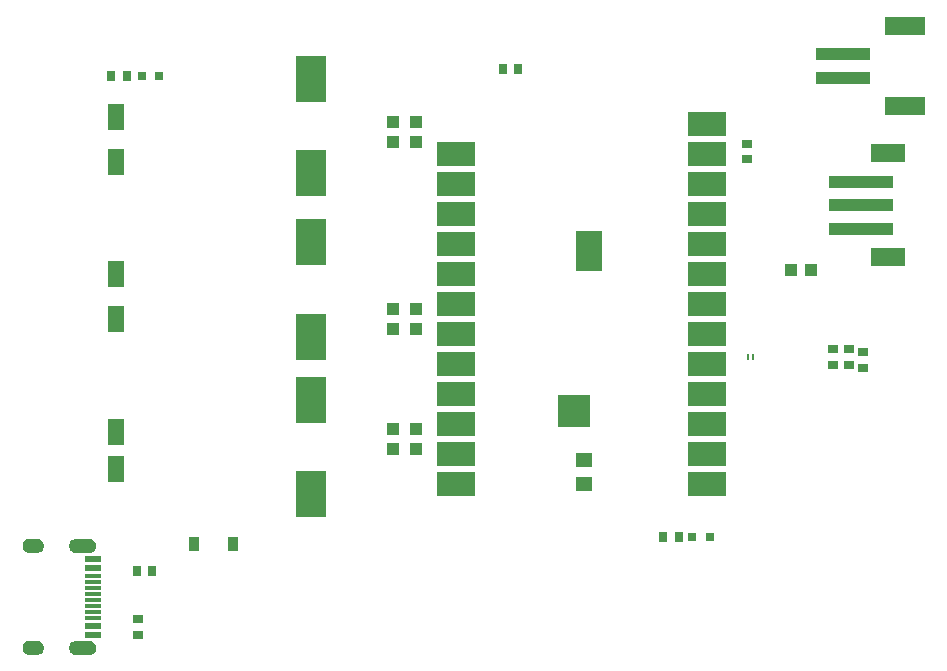
<source format=gbr>
G04 EAGLE Gerber RS-274X export*
G75*
%MOMM*%
%FSLAX34Y34*%
%LPD*%
%INSolderpaste Top*%
%IPPOS*%
%AMOC8*
5,1,8,0,0,1.08239X$1,22.5*%
G01*
%ADD10R,2.500000X4.000000*%
%ADD11R,1.000000X1.100000*%
%ADD12R,1.400000X2.200000*%
%ADD13R,0.700000X0.850000*%
%ADD14R,0.800000X0.800000*%
%ADD15R,3.200400X2.032000*%
%ADD16R,1.400000X1.200000*%
%ADD17R,2.800000X2.800000*%
%ADD18R,2.200000X3.500000*%
%ADD19R,1.100000X1.000000*%
%ADD20R,0.850000X0.700000*%
%ADD21R,1.450000X0.300000*%
%ADD22R,1.450000X0.600000*%
%ADD23R,1.450000X0.550000*%
%ADD24R,5.500000X1.000000*%
%ADD25R,3.000000X1.600000*%
%ADD26R,4.600000X1.000000*%
%ADD27R,3.400000X1.600000*%
%ADD28R,0.200000X0.500000*%
%ADD29R,0.910000X1.220000*%

G36*
X73004Y107004D02*
X73004Y107004D01*
X73007Y107001D01*
X74129Y107156D01*
X74134Y107161D01*
X74138Y107158D01*
X75209Y107529D01*
X75213Y107535D01*
X75218Y107533D01*
X76195Y108106D01*
X76198Y108112D01*
X76203Y108111D01*
X77050Y108864D01*
X77052Y108871D01*
X77057Y108871D01*
X77741Y109774D01*
X77741Y109781D01*
X77746Y109782D01*
X78241Y110801D01*
X78239Y110808D01*
X78244Y110810D01*
X78531Y111907D01*
X78529Y111911D01*
X78531Y111912D01*
X78529Y111914D01*
X78532Y111916D01*
X78599Y113047D01*
X78597Y113051D01*
X78599Y113053D01*
X78532Y114184D01*
X78527Y114189D01*
X78531Y114193D01*
X78244Y115290D01*
X78238Y115294D01*
X78241Y115299D01*
X77746Y116318D01*
X77740Y116321D01*
X77741Y116326D01*
X77057Y117229D01*
X77050Y117231D01*
X77050Y117236D01*
X76203Y117989D01*
X76196Y117989D01*
X76195Y117994D01*
X75218Y118567D01*
X75211Y118566D01*
X75209Y118571D01*
X74138Y118942D01*
X74132Y118939D01*
X74129Y118944D01*
X73007Y119099D01*
X73002Y119096D01*
X73000Y119099D01*
X61000Y119099D01*
X60995Y119096D01*
X60992Y119099D01*
X59725Y118894D01*
X59719Y118888D01*
X59715Y118891D01*
X58525Y118409D01*
X58521Y118402D01*
X58515Y118404D01*
X57462Y117670D01*
X57460Y117662D01*
X57454Y117663D01*
X56591Y116713D01*
X56590Y116704D01*
X56585Y116704D01*
X55955Y115585D01*
X55956Y115577D01*
X55950Y115575D01*
X55585Y114345D01*
X55588Y114337D01*
X55583Y114334D01*
X55501Y113053D01*
X55504Y113049D01*
X55501Y113047D01*
X55583Y111766D01*
X55589Y111760D01*
X55585Y111755D01*
X55950Y110525D01*
X55957Y110520D01*
X55955Y110515D01*
X56585Y109396D01*
X56592Y109393D01*
X56591Y109387D01*
X57454Y108437D01*
X57462Y108436D01*
X57462Y108430D01*
X58515Y107696D01*
X58523Y107696D01*
X58525Y107691D01*
X59715Y107209D01*
X59722Y107211D01*
X59725Y107206D01*
X60992Y107001D01*
X60997Y107004D01*
X61000Y107001D01*
X73000Y107001D01*
X73004Y107004D01*
G37*
G36*
X73004Y20604D02*
X73004Y20604D01*
X73007Y20601D01*
X74129Y20756D01*
X74134Y20761D01*
X74138Y20758D01*
X75209Y21129D01*
X75213Y21135D01*
X75218Y21133D01*
X76195Y21706D01*
X76198Y21712D01*
X76203Y21711D01*
X77050Y22464D01*
X77052Y22471D01*
X77057Y22471D01*
X77741Y23374D01*
X77741Y23381D01*
X77746Y23382D01*
X78241Y24401D01*
X78239Y24408D01*
X78244Y24410D01*
X78531Y25507D01*
X78529Y25511D01*
X78531Y25512D01*
X78529Y25514D01*
X78532Y25516D01*
X78599Y26647D01*
X78597Y26651D01*
X78599Y26653D01*
X78532Y27784D01*
X78527Y27789D01*
X78531Y27793D01*
X78244Y28890D01*
X78238Y28894D01*
X78241Y28899D01*
X77746Y29918D01*
X77740Y29921D01*
X77741Y29926D01*
X77057Y30829D01*
X77050Y30831D01*
X77050Y30836D01*
X76203Y31589D01*
X76196Y31589D01*
X76195Y31594D01*
X75218Y32167D01*
X75211Y32166D01*
X75209Y32171D01*
X74138Y32542D01*
X74132Y32539D01*
X74129Y32544D01*
X73007Y32699D01*
X73002Y32696D01*
X73000Y32699D01*
X61000Y32699D01*
X60995Y32696D01*
X60992Y32699D01*
X59725Y32494D01*
X59719Y32488D01*
X59715Y32491D01*
X58525Y32009D01*
X58521Y32002D01*
X58515Y32004D01*
X57462Y31270D01*
X57460Y31262D01*
X57454Y31263D01*
X56591Y30313D01*
X56590Y30304D01*
X56585Y30304D01*
X55955Y29185D01*
X55956Y29177D01*
X55950Y29175D01*
X55585Y27945D01*
X55588Y27937D01*
X55583Y27934D01*
X55501Y26653D01*
X55504Y26649D01*
X55501Y26647D01*
X55583Y25366D01*
X55589Y25360D01*
X55585Y25355D01*
X55950Y24125D01*
X55957Y24120D01*
X55955Y24115D01*
X56585Y22996D01*
X56592Y22993D01*
X56591Y22987D01*
X57454Y22037D01*
X57462Y22036D01*
X57462Y22030D01*
X58515Y21296D01*
X58523Y21296D01*
X58525Y21291D01*
X59715Y20809D01*
X59722Y20811D01*
X59725Y20806D01*
X60992Y20601D01*
X60997Y20604D01*
X61000Y20601D01*
X73000Y20601D01*
X73004Y20604D01*
G37*
G36*
X28203Y107003D02*
X28203Y107003D01*
X28205Y107001D01*
X29381Y107112D01*
X29386Y107117D01*
X29390Y107114D01*
X30522Y107452D01*
X30526Y107458D01*
X30531Y107456D01*
X31575Y108008D01*
X31578Y108015D01*
X31583Y108013D01*
X32499Y108759D01*
X32500Y108766D01*
X32506Y108766D01*
X33259Y109676D01*
X33259Y109683D01*
X33264Y109684D01*
X33825Y110723D01*
X33824Y110728D01*
X33828Y110730D01*
X33827Y110731D01*
X33829Y110732D01*
X34176Y111861D01*
X34176Y111862D01*
X34177Y111863D01*
X34174Y111867D01*
X34178Y111870D01*
X34299Y113045D01*
X34295Y113052D01*
X34299Y113056D01*
X34142Y114396D01*
X34137Y114402D01*
X34140Y114407D01*
X33689Y115678D01*
X33682Y115683D01*
X33684Y115688D01*
X32962Y116827D01*
X32954Y116830D01*
X32955Y116836D01*
X31997Y117786D01*
X31989Y117787D01*
X31988Y117793D01*
X30843Y118506D01*
X30835Y118505D01*
X30833Y118511D01*
X29557Y118951D01*
X29550Y118949D01*
X29547Y118953D01*
X28205Y119099D01*
X28202Y119097D01*
X28200Y119099D01*
X22200Y119099D01*
X22197Y119097D01*
X22194Y119099D01*
X20865Y118944D01*
X20859Y118938D01*
X20855Y118941D01*
X19594Y118494D01*
X19589Y118487D01*
X19584Y118489D01*
X18454Y117772D01*
X18451Y117765D01*
X18445Y117766D01*
X17503Y116816D01*
X17502Y116807D01*
X17496Y116807D01*
X16789Y115671D01*
X16790Y115663D01*
X16784Y115661D01*
X16348Y114396D01*
X16350Y114388D01*
X16345Y114386D01*
X16201Y113055D01*
X16205Y113049D01*
X16201Y113045D01*
X16311Y111879D01*
X16316Y111874D01*
X16313Y111870D01*
X16648Y110747D01*
X16654Y110743D01*
X16652Y110739D01*
X17200Y109703D01*
X17206Y109700D01*
X17205Y109695D01*
X17944Y108787D01*
X17951Y108785D01*
X17951Y108780D01*
X18853Y108033D01*
X18861Y108033D01*
X18861Y108028D01*
X19892Y107471D01*
X19899Y107472D01*
X19901Y107467D01*
X21020Y107123D01*
X21027Y107125D01*
X21030Y107121D01*
X22195Y107001D01*
X22198Y107003D01*
X22200Y107001D01*
X28200Y107001D01*
X28203Y107003D01*
G37*
G36*
X28203Y20603D02*
X28203Y20603D01*
X28205Y20601D01*
X29381Y20712D01*
X29386Y20717D01*
X29390Y20714D01*
X30522Y21052D01*
X30526Y21058D01*
X30531Y21056D01*
X31575Y21608D01*
X31578Y21615D01*
X31583Y21613D01*
X32499Y22359D01*
X32500Y22366D01*
X32506Y22366D01*
X33259Y23276D01*
X33259Y23283D01*
X33264Y23284D01*
X33825Y24323D01*
X33824Y24328D01*
X33828Y24330D01*
X33827Y24331D01*
X33829Y24332D01*
X34176Y25461D01*
X34176Y25462D01*
X34177Y25463D01*
X34174Y25467D01*
X34178Y25470D01*
X34299Y26645D01*
X34295Y26652D01*
X34299Y26656D01*
X34142Y27996D01*
X34137Y28002D01*
X34140Y28007D01*
X33689Y29278D01*
X33682Y29283D01*
X33684Y29288D01*
X32962Y30427D01*
X32954Y30430D01*
X32955Y30436D01*
X31997Y31386D01*
X31989Y31387D01*
X31988Y31393D01*
X30843Y32106D01*
X30835Y32105D01*
X30833Y32111D01*
X29557Y32551D01*
X29550Y32549D01*
X29547Y32553D01*
X28205Y32699D01*
X28202Y32697D01*
X28200Y32699D01*
X22200Y32699D01*
X22197Y32697D01*
X22194Y32699D01*
X20865Y32544D01*
X20859Y32538D01*
X20855Y32541D01*
X19594Y32094D01*
X19589Y32087D01*
X19584Y32089D01*
X18454Y31372D01*
X18451Y31365D01*
X18445Y31366D01*
X17503Y30416D01*
X17502Y30407D01*
X17496Y30407D01*
X16789Y29271D01*
X16790Y29263D01*
X16784Y29261D01*
X16348Y27996D01*
X16350Y27988D01*
X16345Y27986D01*
X16201Y26655D01*
X16205Y26649D01*
X16201Y26645D01*
X16311Y25479D01*
X16316Y25474D01*
X16313Y25470D01*
X16648Y24347D01*
X16654Y24343D01*
X16652Y24339D01*
X17200Y23303D01*
X17206Y23300D01*
X17205Y23295D01*
X17944Y22387D01*
X17951Y22385D01*
X17951Y22380D01*
X18853Y21633D01*
X18861Y21633D01*
X18861Y21628D01*
X19892Y21071D01*
X19899Y21072D01*
X19901Y21067D01*
X21020Y20723D01*
X21027Y20725D01*
X21030Y20721D01*
X22195Y20601D01*
X22198Y20603D01*
X22200Y20601D01*
X28200Y20601D01*
X28203Y20603D01*
G37*
D10*
X260350Y428630D03*
X260350Y508630D03*
D11*
X330200Y455050D03*
X330200Y472050D03*
X349250Y455050D03*
X349250Y472050D03*
D10*
X260350Y370200D03*
X260350Y290200D03*
D11*
X349250Y313300D03*
X349250Y296300D03*
X330200Y313300D03*
X330200Y296300D03*
D10*
X260350Y156850D03*
X260350Y236850D03*
D11*
X330200Y194700D03*
X330200Y211700D03*
X349250Y194700D03*
X349250Y211700D03*
D12*
X95250Y438150D03*
X95250Y209550D03*
X95250Y342900D03*
X95250Y304800D03*
X95250Y177800D03*
X95250Y476250D03*
D13*
X422760Y516890D03*
X435760Y516890D03*
X558650Y120650D03*
X571650Y120650D03*
D14*
X598050Y120650D03*
X583050Y120650D03*
D15*
X595376Y469900D03*
X382778Y444500D03*
X382778Y419100D03*
X382778Y393700D03*
X382778Y368300D03*
X382778Y342900D03*
X382778Y317500D03*
X382778Y292100D03*
X382778Y266700D03*
X382778Y241300D03*
X382778Y215900D03*
X382778Y190500D03*
X382778Y165100D03*
X595376Y444500D03*
X595376Y419100D03*
X595376Y393700D03*
X595376Y368300D03*
X595376Y342900D03*
X595376Y317500D03*
X595376Y292100D03*
X595376Y266700D03*
X595376Y241300D03*
X595376Y215900D03*
X595376Y190500D03*
X595376Y165100D03*
D16*
X491627Y185614D03*
X491627Y165614D03*
D17*
X482847Y227266D03*
D18*
X496184Y362906D03*
D19*
X684140Y346710D03*
X667140Y346710D03*
D20*
X114300Y37950D03*
X114300Y50950D03*
D13*
X125880Y91440D03*
X112880Y91440D03*
D21*
X76200Y62350D03*
X76200Y67350D03*
D22*
X76200Y37600D03*
D23*
X76200Y45350D03*
D21*
X76200Y52350D03*
X76200Y57350D03*
X76200Y77350D03*
X76200Y72350D03*
D22*
X76200Y102100D03*
D23*
X76200Y94350D03*
D21*
X76200Y87350D03*
X76200Y82350D03*
D24*
X726440Y401320D03*
X726440Y381320D03*
X726440Y421320D03*
D25*
X748940Y357320D03*
X748940Y445320D03*
D26*
X711030Y529430D03*
X711030Y509430D03*
D27*
X763030Y553430D03*
X763030Y485430D03*
D20*
X727710Y264010D03*
X727710Y277010D03*
X716280Y279550D03*
X716280Y266550D03*
D28*
X634560Y273050D03*
X630360Y273050D03*
D20*
X629920Y440540D03*
X629920Y453540D03*
X702310Y279550D03*
X702310Y266550D03*
D13*
X91290Y510540D03*
X104290Y510540D03*
D14*
X131960Y510540D03*
X116960Y510540D03*
D29*
X194175Y114300D03*
X161425Y114300D03*
M02*

</source>
